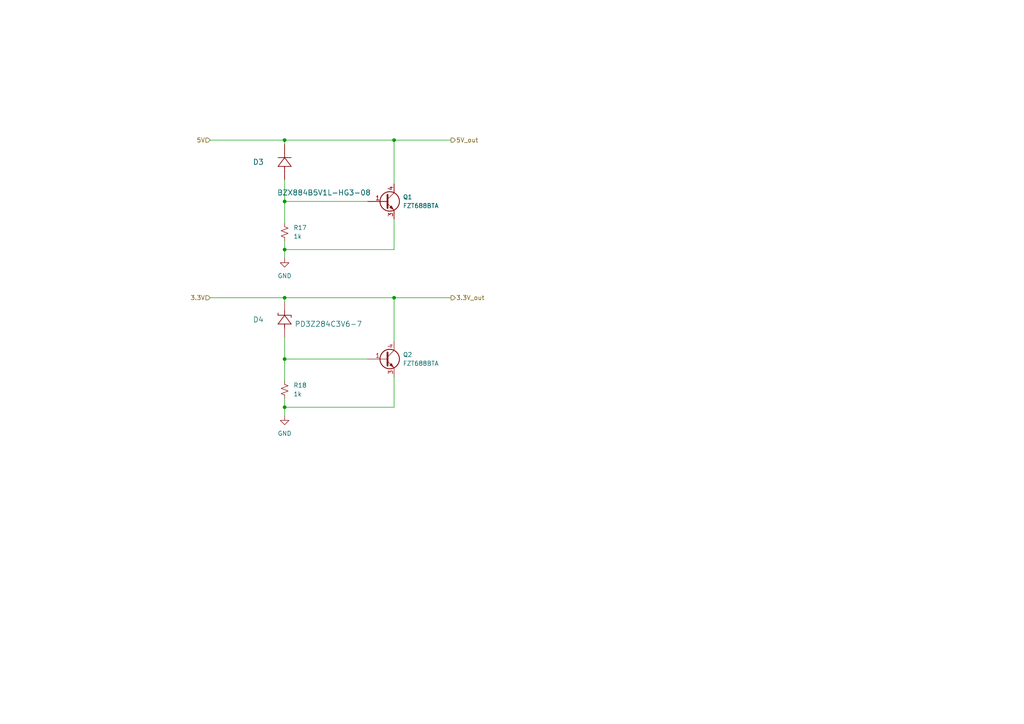
<source format=kicad_sch>
(kicad_sch (version 20211123) (generator eeschema)
  (paper "A4")
  (lib_symbols
    (symbol "2022-03-01_22-21-45:BZX884B5V1L-HG3-08" (pin_numbers hide) (pin_names (offset -1.651) hide)
      (property "Reference" "CR" (at 5.08 4.445 0))
      (property "Value" "BZX884B5V1L-HG3-08" (at 5.08 -7.62 0))
      (symbol "BZX884B5V1L-HG3-08_1_1"
        (polyline (pts (xy 2.54 0) (xy 3.4798 0)) (stroke (width 0.2032)))
        (polyline (pts (xy 3.175 0) (xy 3.81 0)) (stroke (width 0.2032)))
        (polyline (pts (xy 3.81 -1.905) (xy 6.35 0)) (stroke (width 0.2032)))
        (polyline (pts (xy 3.81 1.905) (xy 3.81 -1.905)) (stroke (width 0.2032)))
        (polyline (pts (xy 6.35 -1.905) (xy 6.35 1.905)) (stroke (width 0.2032)))
        (polyline (pts (xy 6.35 0) (xy 3.81 1.905)) (stroke (width 0.2032)))
        (polyline (pts (xy 6.35 0) (xy 7.62 0)) (stroke (width 0.2032)))
        (pin unspecified line (at 10.16 0 180) (length 2.54) (name "1") (number "1"))
        (pin unspecified line (at 0 0 0) (length 2.54) (name "2") (number "2"))
      )
    )
    (symbol "2022-03-01_22-23-00:PD3Z284C3V6-7" (pin_numbers hide) (pin_names hide)
      (property "Reference" "D" (at 5.08 4.445 0))
      (property "Value" "PD3Z284C3V6-7" (at 5.08 -7.62 0))
      (symbol "PD3Z284C3V6-7_1_1"
        (polyline (pts (xy 2.54 0) (xy 3.4798 0)) (stroke (width 0.2032)))
        (polyline (pts (xy 3.175 0) (xy 3.81 0)) (stroke (width 0.2032)))
        (polyline (pts (xy 3.81 -1.905) (xy 6.35 0)) (stroke (width 0.2032)))
        (polyline (pts (xy 3.81 1.905) (xy 3.81 -1.905)) (stroke (width 0.2032)))
        (polyline (pts (xy 6.35 -1.905) (xy 5.715 -1.905)) (stroke (width 0.2032)))
        (polyline (pts (xy 6.35 -1.905) (xy 6.35 1.905)) (stroke (width 0.2032)))
        (polyline (pts (xy 6.35 0) (xy 3.81 1.905)) (stroke (width 0.2032)))
        (polyline (pts (xy 6.35 0) (xy 7.62 0)) (stroke (width 0.2032)))
        (polyline (pts (xy 6.35 1.905) (xy 6.985 1.905)) (stroke (width 0.2032)))
        (pin unspecified line (at 10.16 0 180) (length 2.54) (name "1") (number "1"))
        (pin unspecified line (at 0 0 0) (length 2.54) (name "2") (number "2"))
      )
    )
    (symbol "2N2219_1" (pin_names (offset 0) hide)
      (property "Reference" "Q1" (at 5.08 1.2701 0))
      (property "Value" "2N2219_1" (at 5.08 -1.2699 0))
      (symbol "2N2219_1_0_1"
        (polyline (pts (xy 0.635 0.635) (xy 2.54 2.54)))
        (polyline (pts (xy 0.635 -0.635) (xy 2.54 -2.54) (xy 2.54 -2.54)))
        (polyline (pts (xy 0.635 1.905) (xy 0.635 -1.905) (xy 0.635 -1.905)) (stroke (width 0.508)))
        (polyline (pts (xy 1.27 -1.778) (xy 1.778 -1.27) (xy 2.286 -2.286) (xy 1.27 -1.778) (xy 1.27 -1.778)) (fill (type outline)))
        (circle (center 1.27 0) (radius 2.8194) (stroke (width 0.254)))
      )
      (symbol "2N2219_1_1_1"
        (pin passive line (at -5.08 0 0) (length 5.715) (name "B") (number "1"))
        (pin passive line (at 2.54 -5.08 90) (length 2.54) (name "E") (number "3"))
        (pin passive line (at 2.54 5.08 270) (length 2.54) (name "C") (number "4"))
      )
    )
    (symbol "Device:R_Small_US" (pin_numbers hide) (pin_names (offset 0.254) hide)
      (property "Reference" "R" (at 0.762 0.508 0))
      (property "Value" "R_Small_US" (at 0.762 -1.016 0))
      (symbol "R_Small_US_1_1"
        (polyline (pts (xy 0 0) (xy 1.016 -0.381) (xy 0 -0.762) (xy -1.016 -1.143) (xy 0 -1.524)))
        (polyline (pts (xy 0 1.524) (xy 1.016 1.143) (xy 0 0.762) (xy -1.016 0.381) (xy 0 0)))
        (pin passive line (at 0 2.54 270) (length 1.016) (name "~") (number "1"))
        (pin passive line (at 0 -2.54 90) (length 1.016) (name "~") (number "2"))
      )
    )
    (symbol "Transistor_BJT:2N2219" (pin_names (offset 0) hide)
      (property "Reference" "Q2" (at 5.08 1.2701 0))
      (property "Value" "FZT688BTA" (at 5.08 -1.2699 0))
      (symbol "2N2219_0_1"
        (polyline (pts (xy 0.635 0.635) (xy 2.54 2.54)))
        (polyline (pts (xy 0.635 -0.635) (xy 2.54 -2.54) (xy 2.54 -2.54)))
        (polyline (pts (xy 0.635 1.905) (xy 0.635 -1.905) (xy 0.635 -1.905)) (stroke (width 0.508)))
        (polyline (pts (xy 1.27 -1.778) (xy 1.778 -1.27) (xy 2.286 -2.286) (xy 1.27 -1.778) (xy 1.27 -1.778)) (fill (type outline)))
        (circle (center 1.27 0) (radius 2.8194) (stroke (width 0.254)))
      )
      (symbol "2N2219_1_1"
        (pin passive line (at -5.08 0 0) (length 5.715) (name "B") (number "1"))
        (pin passive line (at 2.54 -5.08 90) (length 2.54) (name "E") (number "3"))
        (pin passive line (at 2.54 5.08 270) (length 2.54) (name "C") (number "4"))
      )
    )
    (symbol "power:GND" (power) (pin_names (offset 0))
      (property "Value" "GND" (at 0 -3.81 0))
      (symbol "GND_0_1"
        (polyline (pts (xy 0 0) (xy 0 -1.27) (xy 1.27 -1.27) (xy 0 -2.54) (xy -1.27 -1.27) (xy 0 -1.27)))
      )
      (symbol "GND_1_1"
        (pin power_in line (at 0 0 270) (length 0) hide (name "GND") (number "1"))
      )
    )
  )
  (junction (at 82.55 72.39))
  (junction (at 82.55 104.14))
  (junction (at 82.55 118.11))
  (junction (at 114.3 40.64))
  (junction (at 82.55 86.36))
  (junction (at 82.55 40.64))
  (junction (at 82.55 58.42))
  (junction (at 114.3 86.36))
  (wire (pts (xy 60.96 86.36) (xy 82.55 86.36)))
  (wire (pts (xy 114.3 86.36) (xy 130.81 86.36)))
  (wire (pts (xy 114.3 118.11) (xy 82.55 118.11)))
  (wire (pts (xy 114.3 63.5) (xy 114.3 72.39)))
  (wire (pts (xy 82.55 72.39) (xy 82.55 69.85)))
  (wire (pts (xy 82.55 52.07) (xy 82.55 58.42)))
  (wire (pts (xy 82.55 72.39) (xy 82.55 74.93)))
  (wire (pts (xy 82.55 104.14) (xy 82.55 110.49)))
  (wire (pts (xy 82.55 104.14) (xy 106.68 104.14)))
  (wire (pts (xy 114.3 40.64) (xy 114.3 53.34)))
  (wire (pts (xy 114.3 109.22) (xy 114.3 118.11)))
  (wire (pts (xy 114.3 40.64) (xy 130.81 40.64)))
  (wire (pts (xy 82.55 58.42) (xy 106.68 58.42)))
  (wire (pts (xy 82.55 58.42) (xy 82.55 64.77)))
  (wire (pts (xy 114.3 86.36) (xy 114.3 99.06)))
  (wire (pts (xy 82.55 40.64) (xy 114.3 40.64)))
  (wire (pts (xy 60.96 40.64) (xy 82.55 40.64)))
  (wire (pts (xy 82.55 97.79) (xy 82.55 104.14)))
  (wire (pts (xy 82.55 40.64) (xy 82.55 41.91)))
  (wire (pts (xy 82.55 118.11) (xy 82.55 115.57)))
  (wire (pts (xy 82.55 118.11) (xy 82.55 120.65)))
  (wire (pts (xy 82.55 86.36) (xy 114.3 86.36)))
  (wire (pts (xy 114.3 72.39) (xy 82.55 72.39)))
  (wire (pts (xy 82.55 86.36) (xy 82.55 87.63)))
  (hierarchical_label "3.3V_out" (shape output) (at 130.81 86.36 0))
  (hierarchical_label "5V" (shape input) (at 60.96 40.64 180))
  (hierarchical_label "5V_out" (shape output) (at 130.81 40.64 0))
  (hierarchical_label "3.3V" (shape input) (at 60.96 86.36 180))
  (symbol (lib_id "2022-03-01_22-21-45:BZX884B5V1L-HG3-08") (at 82.55 52.07 90) (unit 1)
    (property "Reference" "D3" (at 74.93 46.99 90) (effects (font (size 1.524 1.524))))
    (property "Value" "BZX884B5V1L-HG3-08" (at 93.98 55.88 90) (effects (font (size 1.524 1.524))))
    (property "Footprint" "hg3-08:BZX884B5V1L-HG3-08" (effects hide))
  )
  (symbol (lib_id "power:GND") (at 82.55 120.65 0) (unit 1)
    (property "Reference" "#PWR029" (effects hide))
    (property "Value" "GND" (at 82.55 125.73 0))
  )
  (symbol (lib_id "Device:R_Small_US") (at 82.55 113.03 0) (unit 1)
    (property "Reference" "R18" (at 85.09 111.7599 0) (effects (justify left)))
    (property "Value" "1k" (at 85.09 114.2999 0) (effects (justify left)))
    (property "Footprint" "Resistor_SMD:R_0603_1608Metric" (effects hide))
  )
  (symbol (lib_id "2022-03-01_22-23-00:PD3Z284C3V6-7") (at 82.55 97.79 90) (unit 1)
    (property "Reference" "D4" (at 74.93 92.71 90) (effects (font (size 1.524 1.524))))
    (property "Value" "PD3Z284C3V6-7" (at 95.25 93.98 90) (effects (font (size 1.524 1.524))))
    (property "Footprint" "PD3z284:PD3Z284C3V6-7" (effects hide))
  )
  (symbol (lib_id "power:GND") (at 82.55 74.93 0) (unit 1)
    (property "Reference" "#PWR028" (effects hide))
    (property "Value" "GND" (at 82.55 80.01 0))
  )
  (symbol (lib_name "2N2219_1") (lib_id "Transistor_BJT:2N2219") (at 111.76 58.42 0) (unit 1)
    (property "Reference" "Q1" (at 116.84 57.1499 0) (effects (justify left)))
    (property "Value" "FZT688BTA" (at 116.84 59.6899 0) (effects (justify left)))
    (property "Footprint" "fzt:SOT230P700X180-4N" (effects hide))
    (property "Datasheet" "http://www.onsemi.com/pub_link/Collateral/2N2219-D.PDF" (effects hide))
  )
  (symbol (lib_id "Device:R_Small_US") (at 82.55 67.31 0) (unit 1)
    (property "Reference" "R17" (at 85.09 66.0399 0) (effects (justify left)))
    (property "Value" "1k" (at 85.09 68.5799 0) (effects (justify left)))
    (property "Footprint" "Resistor_SMD:R_0603_1608Metric" (effects hide))
  )
  (symbol (lib_id "Transistor_BJT:2N2219") (at 111.76 104.14 0) (unit 1)
    (property "Reference" "Q2" (at 116.84 102.8699 0) (effects (justify left)))
    (property "Value" "FZT688BTA" (at 116.84 105.4099 0) (effects (justify left)))
    (property "Footprint" "fzt:SOT230P700X180-4N" (effects hide))
    (property "Datasheet" "http://www.onsemi.com/pub_link/Collateral/2N2219-D.PDF" (effects hide))
  )
)
</source>
